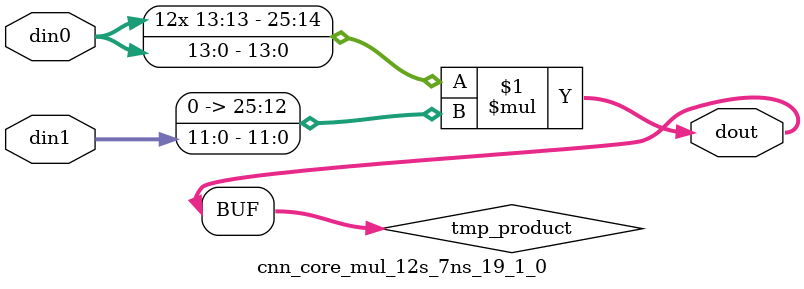
<source format=v>

`timescale 1 ns / 1 ps

  module cnn_core_mul_12s_7ns_19_1_0(din0, din1, dout);
parameter ID = 1;
parameter NUM_STAGE = 0;
parameter din0_WIDTH = 14;
parameter din1_WIDTH = 12;
parameter dout_WIDTH = 26;

input [din0_WIDTH - 1 : 0] din0; 
input [din1_WIDTH - 1 : 0] din1; 
output [dout_WIDTH - 1 : 0] dout;

wire signed [dout_WIDTH - 1 : 0] tmp_product;












assign tmp_product = $signed(din0) * $signed({1'b0, din1});









assign dout = tmp_product;







endmodule

</source>
